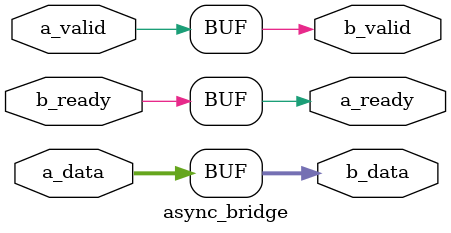
<source format=sv>
module async_bridge #(parameter WIDTH=16) (
    input [WIDTH-1:0] a_data,
    input a_valid, b_ready,
    output [WIDTH-1:0] b_data,
    output a_ready, b_valid
);
    assign b_data = a_data;
    assign b_valid = a_valid;
    assign a_ready = b_ready;
endmodule
</source>
